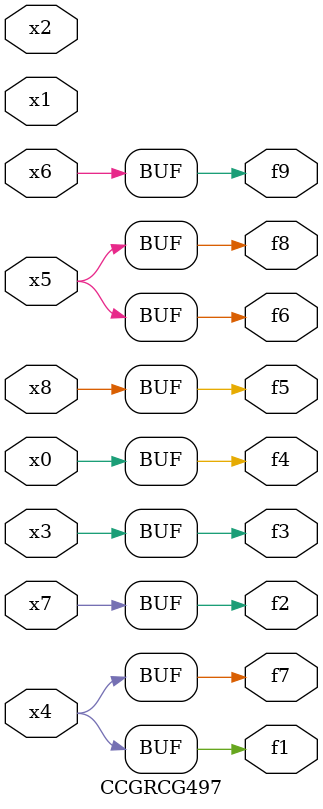
<source format=v>
module CCGRCG497(
	input x0, x1, x2, x3, x4, x5, x6, x7, x8,
	output f1, f2, f3, f4, f5, f6, f7, f8, f9
);
	assign f1 = x4;
	assign f2 = x7;
	assign f3 = x3;
	assign f4 = x0;
	assign f5 = x8;
	assign f6 = x5;
	assign f7 = x4;
	assign f8 = x5;
	assign f9 = x6;
endmodule

</source>
